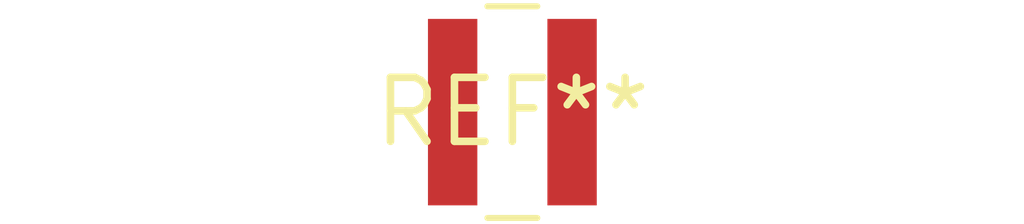
<source format=kicad_pcb>
(kicad_pcb (version 20240108) (generator pcbnew)
  (layers (0 "F.Cu" signal) (31 "B.Cu" signal) (34 "B.Paste" user) (35 "F.Paste" user) (36 "B.SilkS" user "B.Silkscreen") (37 "F.SilkS" user "F.Silkscreen") (38 "B.Mask" user) (39 "F.Mask" user) (44 "Edge.Cuts" user))
  (net 0 "")
  (footprint "L_Wuerth_MAPI-4020" (layer "F.Cu") (at 0 0)
    (property "Reference" "REF**")
    (property "Value" "L_Wuerth_MAPI-4020")
    (fp_line (start -0.495 -2.1) (end 0.495 -2.1) (layer "F.SilkS") (stroke (width 0.12)))
    (fp_line (start -0.495 2.1) (end 0.495 2.1) (layer "F.SilkS") (stroke (width 0.12)))
    (pad "1" smd rect (at -1.185 0) (size 0.98 3.7) (layers "F.Cu" "F.Paste" "F.Mask"))
    (pad "2" smd rect (at 1.185 0) (size 0.98 3.7) (layers "F.Cu" "F.Paste" "F.Mask"))
  )
)
</source>
